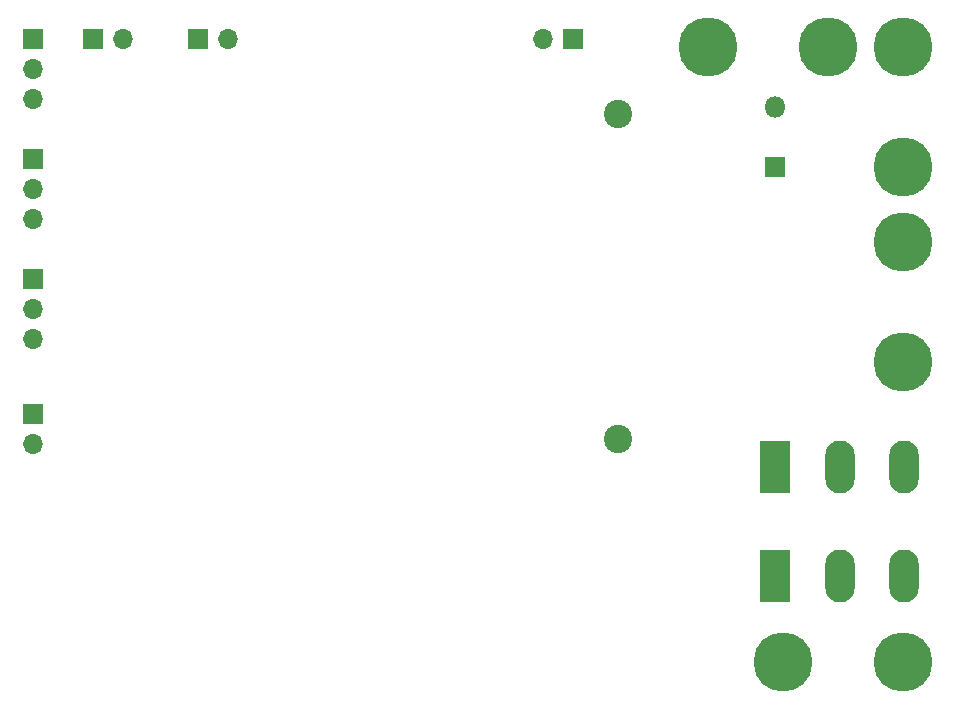
<source format=gbr>
G04 #@! TF.GenerationSoftware,KiCad,Pcbnew,(2017-12-14 revision b47a06e)-master*
G04 #@! TF.CreationDate,2017-12-29T23:23:29-08:00*
G04 #@! TF.ProjectId,Elephant-3,456C657068616E742D332E6B69636164,1*
G04 #@! TF.SameCoordinates,Original*
G04 #@! TF.FileFunction,Soldermask,Bot*
G04 #@! TF.FilePolarity,Negative*
%FSLAX46Y46*%
G04 Gerber Fmt 4.6, Leading zero omitted, Abs format (unit mm)*
G04 Created by KiCad (PCBNEW (2017-12-14 revision b47a06e)-master) date Friday, December 29, 2017 'PMt' 11:23:29 PM*
%MOMM*%
%LPD*%
G01*
G04 APERTURE LIST*
%ADD10C,2.400000*%
%ADD11R,1.800000X1.800000*%
%ADD12O,1.800000X1.800000*%
%ADD13R,1.700000X1.700000*%
%ADD14O,1.700000X1.700000*%
%ADD15C,5.000000*%
%ADD16R,2.500000X4.500000*%
%ADD17O,2.500000X4.500000*%
G04 APERTURE END LIST*
D10*
X170815000Y-104970000D03*
X170815000Y-77470000D03*
D11*
X184150000Y-81915000D03*
D12*
X184150000Y-76835000D03*
D13*
X126365000Y-71120000D03*
D14*
X128905000Y-71120000D03*
D13*
X121285000Y-91440000D03*
D14*
X121285000Y-93980000D03*
X121285000Y-96520000D03*
D13*
X121285000Y-81280000D03*
D14*
X121285000Y-83820000D03*
X121285000Y-86360000D03*
D13*
X121285000Y-71120000D03*
D14*
X121285000Y-73660000D03*
X121285000Y-76200000D03*
D13*
X121285000Y-102870000D03*
D14*
X121285000Y-105410000D03*
D13*
X135255000Y-71120000D03*
D14*
X137795000Y-71120000D03*
D15*
X178435000Y-71755000D03*
X188595000Y-71755000D03*
X194945000Y-81915000D03*
X194945000Y-71755000D03*
X184785000Y-123825000D03*
X194945000Y-123825000D03*
D13*
X167005000Y-71120000D03*
D14*
X164465000Y-71120000D03*
D15*
X194945000Y-88265000D03*
X194945000Y-98425000D03*
D16*
X184150000Y-116586000D03*
D17*
X189600000Y-116586000D03*
X195050000Y-116586000D03*
D16*
X184150000Y-107315000D03*
D17*
X189600000Y-107315000D03*
X195050000Y-107315000D03*
M02*

</source>
